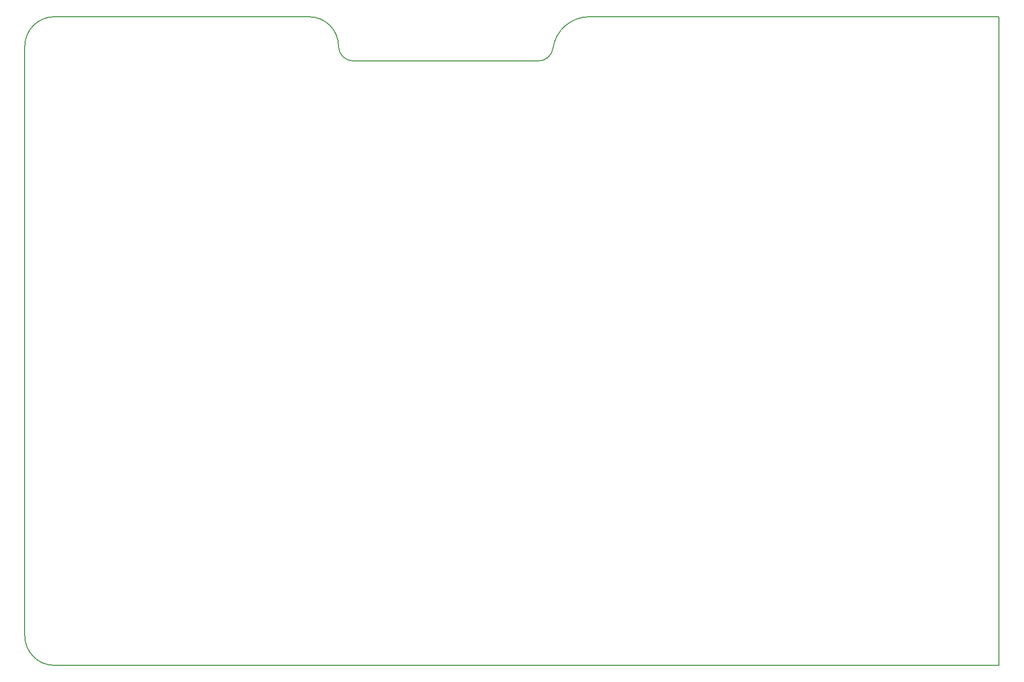
<source format=gbr>
G04 #@! TF.GenerationSoftware,KiCad,Pcbnew,(2018-01-25 revision 89a5a84af)-makepkg*
G04 #@! TF.CreationDate,2018-03-13T00:00:10+00:00*
G04 #@! TF.ProjectId,WolfDrive_H7Controller,576F6C6644726976655F4837436F6E74,rev?*
G04 #@! TF.SameCoordinates,Original*
G04 #@! TF.FileFunction,Profile,NP*
%FSLAX46Y46*%
G04 Gerber Fmt 4.6, Leading zero omitted, Abs format (unit mm)*
G04 Created by KiCad (PCBNEW (2018-01-25 revision 89a5a84af)-makepkg) date Tue Mar 13 00:00:10 2018*
%MOMM*%
%LPD*%
G01*
G04 APERTURE LIST*
%ADD10C,0.150000*%
G04 APERTURE END LIST*
D10*
X6350000Y73660000D02*
G75*
G02X3810000Y76200000I0J2540000D01*
G01*
X40705130Y75837143D02*
G75*
G02X38191182Y73660000I-2513948J362857D01*
G01*
X46990000Y81280000D02*
X117475000Y81280000D01*
X40705130Y75837143D02*
G75*
G02X46990000Y81280000I6284870J-907143D01*
G01*
X-1270000Y81280000D02*
G75*
G02X3810000Y76200000I0J-5080000D01*
G01*
X-50165000Y76200000D02*
G75*
G02X-45085000Y81280000I5080000J0D01*
G01*
X117475000Y81280000D02*
X117475000Y-30480000D01*
X117475000Y-30480000D02*
X-45085000Y-30480000D01*
X-50165000Y-25400000D02*
X-50165000Y76200000D01*
X-1270000Y81280000D02*
X-45085000Y81280000D01*
X6350000Y73660000D02*
X38191182Y73660000D01*
X-45085000Y-30480000D02*
G75*
G02X-50165000Y-25400000I0J5080000D01*
G01*
M02*

</source>
